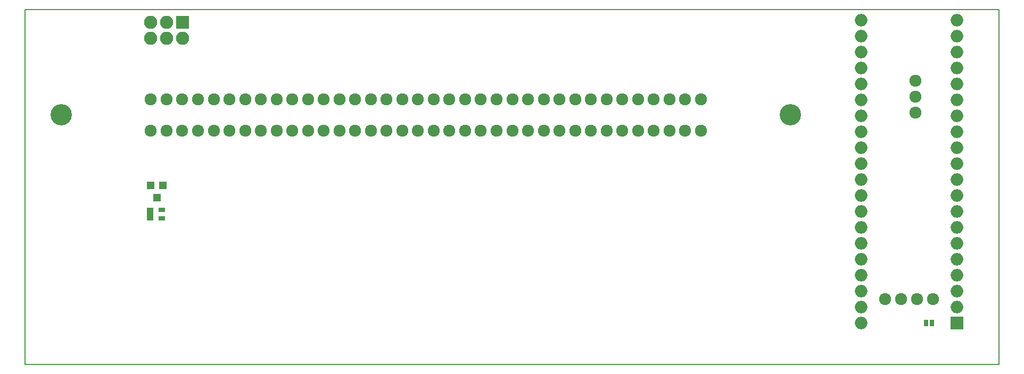
<source format=gbr>
G04 #@! TF.FileFunction,Soldermask,Top*
%FSLAX46Y46*%
G04 Gerber Fmt 4.6, Leading zero omitted, Abs format (unit mm)*
G04 Created by KiCad (PCBNEW 4.0.4-stable) date 11/18/18 17:44:53*
%MOMM*%
%LPD*%
G01*
G04 APERTURE LIST*
%ADD10C,0.100000*%
%ADD11C,0.150000*%
%ADD12C,1.924000*%
%ADD13R,2.100000X2.100000*%
%ADD14O,2.100000X2.100000*%
%ADD15R,1.200000X1.300000*%
%ADD16R,0.800000X1.000000*%
%ADD17R,1.050000X0.800000*%
%ADD18R,2.000000X2.000000*%
%ADD19O,2.000000X2.000000*%
%ADD20C,3.400000*%
G04 APERTURE END LIST*
D10*
D11*
X225200000Y-69800000D02*
X225200000Y-126400000D01*
X70200000Y-69800000D02*
X225200000Y-69800000D01*
X70200000Y-126400000D02*
X70200000Y-69800000D01*
X225200000Y-126400000D02*
X70200000Y-126400000D01*
D12*
X177741350Y-89107334D03*
X175241350Y-89107334D03*
X172741350Y-89107334D03*
X170241350Y-89107334D03*
X167741350Y-89107334D03*
X165241350Y-89107334D03*
X162741350Y-89107334D03*
X160241350Y-89107334D03*
X157741350Y-89107334D03*
X155241350Y-89107334D03*
X152741350Y-89107334D03*
X150241350Y-89107334D03*
X147741350Y-89107334D03*
X145241350Y-89107334D03*
X142741350Y-89107334D03*
X140241350Y-89107334D03*
X137741350Y-89107334D03*
X135241350Y-89107334D03*
X132741350Y-89107334D03*
X130241350Y-89107334D03*
X127741350Y-89107334D03*
X125241350Y-89107334D03*
X122741350Y-89107334D03*
X120241350Y-89107334D03*
X117741350Y-89107334D03*
X115241350Y-89107334D03*
X112741350Y-89107334D03*
X110241350Y-89107334D03*
X107741350Y-89107334D03*
X105241350Y-89107334D03*
X102741350Y-89107334D03*
X100241350Y-89107334D03*
X97741350Y-89107334D03*
X95241350Y-89107334D03*
X92741350Y-89107334D03*
X90241350Y-89107334D03*
X177741350Y-84107334D03*
X175241350Y-84107334D03*
X172741350Y-84107334D03*
X170241350Y-84107334D03*
X167741350Y-84107334D03*
X165241350Y-84107334D03*
X162741350Y-84107334D03*
X160241350Y-84107334D03*
X157741350Y-84107334D03*
X155241350Y-84107334D03*
X152741350Y-84107334D03*
X150241350Y-84107334D03*
X147741350Y-84107334D03*
X145241350Y-84107334D03*
X142741350Y-84107334D03*
X140241350Y-84107334D03*
X137741350Y-84107334D03*
X135241350Y-84107334D03*
X132741350Y-84107334D03*
X130241350Y-84107334D03*
X127741350Y-84107334D03*
X125241350Y-84107334D03*
X122741350Y-84107334D03*
X120241350Y-84107334D03*
X117741350Y-84107334D03*
X115241350Y-84107334D03*
X112741350Y-84107334D03*
X110241350Y-84107334D03*
X107741350Y-84107334D03*
X105241350Y-84107334D03*
X102741350Y-84107334D03*
X100241350Y-84107334D03*
X97741350Y-84107334D03*
X95241350Y-84107334D03*
X92741350Y-84107334D03*
X90241350Y-84107334D03*
D13*
X95291350Y-71807334D03*
D14*
X95291350Y-74347334D03*
X92751350Y-71807334D03*
X92751350Y-74347334D03*
X90211350Y-71807334D03*
X90211350Y-74347334D03*
D15*
X92141350Y-97807334D03*
X90241350Y-97807334D03*
X91191350Y-99807334D03*
D16*
X213600000Y-119800000D03*
X214500000Y-119800000D03*
D17*
X90091350Y-101757334D03*
X90091350Y-103057334D03*
X90091350Y-102407334D03*
X91991350Y-103057334D03*
X91991350Y-101757334D03*
D18*
X218466350Y-119807334D03*
D19*
X203226350Y-71547334D03*
X218466350Y-117267334D03*
X203226350Y-74087334D03*
X218466350Y-114727334D03*
X203226350Y-76627334D03*
X218466350Y-112187334D03*
X203226350Y-79167334D03*
X218466350Y-109647334D03*
X203226350Y-81707334D03*
X218466350Y-107107334D03*
X203226350Y-84247334D03*
X218466350Y-104567334D03*
X203226350Y-86787334D03*
X218466350Y-102027334D03*
X203226350Y-89327334D03*
X218466350Y-99487334D03*
X203226350Y-91867334D03*
X218466350Y-96947334D03*
X203226350Y-94407334D03*
X218466350Y-94407334D03*
X203226350Y-96947334D03*
X218466350Y-91867334D03*
X203226350Y-99487334D03*
X218466350Y-89327334D03*
X203226350Y-102027334D03*
X218466350Y-86787334D03*
X203226350Y-104567334D03*
X218466350Y-84247334D03*
X203226350Y-107107334D03*
X218466350Y-81707334D03*
X203226350Y-109647334D03*
X218466350Y-79167334D03*
X203226350Y-112187334D03*
X218466350Y-76627334D03*
X203226350Y-114727334D03*
X218466350Y-74087334D03*
X203226350Y-117267334D03*
X218466350Y-71547334D03*
X203226350Y-119807334D03*
D12*
X207036350Y-115997334D03*
X209576350Y-115997334D03*
X212116350Y-115997334D03*
X214656350Y-115997334D03*
X211862350Y-86279334D03*
X211862350Y-83739334D03*
X211862350Y-81199334D03*
D20*
X192000000Y-86600000D03*
X76000000Y-86600000D03*
M02*

</source>
